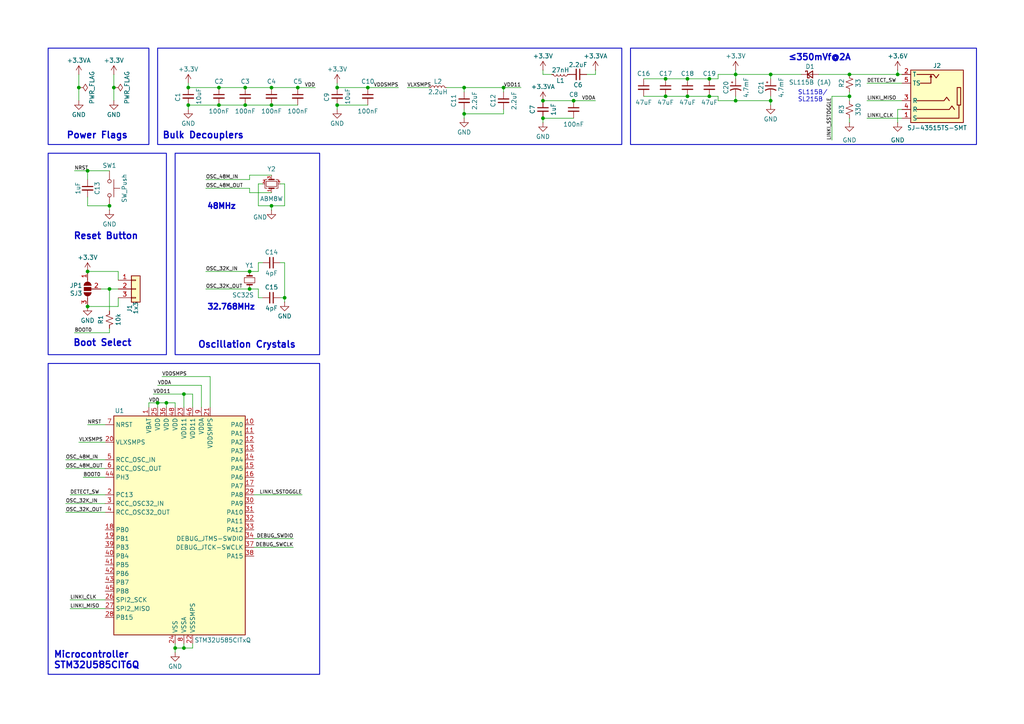
<source format=kicad_sch>
(kicad_sch (version 20231120) (generator "eeschema") (generator_version "8.0")
  (paper "A4")
  (title_block (title "Template Peripheral") (rev "1") (company "Qwertek") (comment 4 "Template peripheral for reference / use in custom design"))
  (lib_symbols
    (symbol "Connector_Generic:Conn_01x03" (pin_names (offset 1.016) hide)
      (property "Reference" "J" (at 0 5.08 0))
      (property "Value" "Conn_01x03" (at 0 -5.08 0))
      (symbol "Conn_01x03_1_1"
        (rectangle (start -1.27 -2.413) (end 0 -2.667) (stroke (width 0.1524)))
        (rectangle (start -1.27 0.127) (end 0 -0.127) (stroke (width 0.1524)))
        (rectangle (start -1.27 2.667) (end 0 2.413) (stroke (width 0.1524)))
        (rectangle (start -1.27 3.81) (end 1.27 -3.81) (stroke (width 0.254)) (fill (type background)))
        (pin passive line (at -5.08 2.54 0) (length 3.81) (name "Pin_1") (number "1"))
        (pin passive line (at -5.08 0 0) (length 3.81) (name "Pin_2") (number "2"))
        (pin passive line (at -5.08 -2.54 0) (length 3.81) (name "Pin_3") (number "3"))
      )
    )
    (symbol "Device:C_Polarized_Small_US" (pin_numbers hide) (pin_names (offset 0.254) hide)
      (property "Reference" "C" (at 0.254 1.778 0))
      (property "Value" "C_Polarized_Small_US" (at 0.254 -2.032 0))
      (symbol "C_Polarized_Small_US_0_1"
        (polyline (pts (xy -1.524 0.508) (xy 1.524 0.508)) (stroke (width 0.3048)))
        (polyline (pts (xy -1.27 1.524) (xy -0.762 1.524)))
        (polyline (pts (xy -1.016 1.27) (xy -1.016 1.778)))
        (arc (start 1.524 -0.762) (mid 0 -0.3734) (end -1.524 -0.762) (stroke (width 0.3048)))
      )
      (symbol "C_Polarized_Small_US_1_1"
        (pin passive line (at 0 2.54 270) (length 2.032) (name "~") (number "1"))
        (pin passive line (at 0 -2.54 90) (length 2.032) (name "~") (number "2"))
      )
    )
    (symbol "Device:C_Small" (pin_numbers hide) (pin_names (offset 0.254) hide)
      (property "Reference" "C" (at 0.254 1.778 0))
      (property "Value" "C_Small" (at 0.254 -2.032 0))
      (symbol "C_Small_0_1"
        (polyline (pts (xy -1.524 -0.508) (xy 1.524 -0.508)) (stroke (width 0.3302)))
        (polyline (pts (xy -1.524 0.508) (xy 1.524 0.508)) (stroke (width 0.3048)))
      )
      (symbol "C_Small_1_1"
        (pin passive line (at 0 2.54 270) (length 2.032) (name "~") (number "1"))
        (pin passive line (at 0 -2.54 90) (length 2.032) (name "~") (number "2"))
      )
    )
    (symbol "Device:Crystal_GND24_Small" (pin_names (offset 1.016) hide)
      (property "Reference" "Y" (at 1.27 4.445 0))
      (property "Value" "Crystal_GND24_Small" (at 1.27 2.54 0))
      (symbol "Crystal_GND24_Small_0_1"
        (rectangle (start -0.762 -1.524) (end 0.762 1.524))
        (polyline (pts (xy -1.27 -0.762) (xy -1.27 0.762)) (stroke (width 0.381)))
        (polyline (pts (xy 1.27 -0.762) (xy 1.27 0.762)) (stroke (width 0.381)))
        (polyline (pts (xy -1.27 -1.27) (xy -1.27 -1.905) (xy 1.27 -1.905) (xy 1.27 -1.27)))
        (polyline (pts (xy -1.27 1.27) (xy -1.27 1.905) (xy 1.27 1.905) (xy 1.27 1.27)))
      )
      (symbol "Crystal_GND24_Small_1_1"
        (pin passive line (at -2.54 0 0) (length 1.27) (name "1") (number "1"))
        (pin passive line (at 0 -2.54 90) (length 0.635) (name "2") (number "2"))
        (pin passive line (at 2.54 0 180) (length 1.27) (name "3") (number "3"))
        (pin passive line (at 0 2.54 270) (length 0.635) (name "4") (number "4"))
      )
    )
    (symbol "Device:Crystal_Small" (pin_numbers hide) (pin_names (offset 1.016) hide)
      (property "Reference" "Y" (at 0 2.54 0))
      (property "Value" "Crystal_Small" (at 0 -2.54 0))
      (symbol "Crystal_Small_0_1"
        (rectangle (start -0.762 -1.524) (end 0.762 1.524))
        (polyline (pts (xy -1.27 -0.762) (xy -1.27 0.762)) (stroke (width 0.381)))
        (polyline (pts (xy 1.27 -0.762) (xy 1.27 0.762)) (stroke (width 0.381)))
      )
      (symbol "Crystal_Small_1_1"
        (pin passive line (at -2.54 0 0) (length 1.27) (name "1") (number "1"))
        (pin passive line (at 2.54 0 180) (length 1.27) (name "2") (number "2"))
      )
    )
    (symbol "Device:D_Schottky_Small" (pin_numbers hide) (pin_names (offset 0.254) hide)
      (property "Reference" "D" (at -1.27 2.032 0))
      (property "Value" "D_Schottky_Small" (at -7.112 -2.032 0))
      (symbol "D_Schottky_Small_0_1"
        (polyline (pts (xy -0.762 0) (xy 0.762 0)))
        (polyline (pts (xy 0.762 -1.016) (xy -0.762 0) (xy 0.762 1.016) (xy 0.762 -1.016)) (stroke (width 0.254)))
        (polyline (pts (xy -1.27 0.762) (xy -1.27 1.016) (xy -0.762 1.016) (xy -0.762 -1.016) (xy -0.254 -1.016) (xy -0.254 -0.762)) (stroke (width 0.254)))
      )
      (symbol "D_Schottky_Small_1_1"
        (pin passive line (at -2.54 0 0) (length 1.778) (name "K") (number "1"))
        (pin passive line (at 2.54 0 180) (length 1.778) (name "A") (number "2"))
      )
    )
    (symbol "Device:L_Small" (pin_numbers hide) (pin_names (offset 0.254) hide)
      (property "Reference" "L" (at 0.762 1.016 0))
      (property "Value" "L_Small" (at 0.762 -1.016 0))
      (symbol "L_Small_0_1"
        (arc (start 0 -2.032) (mid 0.5058 -1.524) (end 0 -1.016))
        (arc (start 0 -1.016) (mid 0.5058 -0.508) (end 0 0))
        (arc (start 0 0) (mid 0.5058 0.508) (end 0 1.016))
        (arc (start 0 1.016) (mid 0.5058 1.524) (end 0 2.032))
      )
      (symbol "L_Small_1_1"
        (pin passive line (at 0 2.54 270) (length 0.508) (name "~") (number "1"))
        (pin passive line (at 0 -2.54 90) (length 0.508) (name "~") (number "2"))
      )
    )
    (symbol "Device:R_Small_US" (pin_numbers hide) (pin_names (offset 0.254) hide)
      (property "Reference" "R" (at 0.762 0.508 0))
      (property "Value" "R_Small_US" (at 0.762 -1.016 0))
      (symbol "R_Small_US_1_1"
        (polyline (pts (xy 0 0) (xy 1.016 -0.381) (xy 0 -0.762) (xy -1.016 -1.143) (xy 0 -1.524)))
        (polyline (pts (xy 0 1.524) (xy 1.016 1.143) (xy 0 0.762) (xy -1.016 0.381) (xy 0 0)))
        (pin passive line (at 0 2.54 270) (length 1.016) (name "~") (number "1"))
        (pin passive line (at 0 -2.54 90) (length 1.016) (name "~") (number "2"))
      )
    )
    (symbol "Jumper:SolderJumper_3_Open" (pin_names (offset 0) hide) (exclude_from_sim yes) (in_bom no)
      (property "Reference" "JP" (at -2.54 -2.54 0))
      (property "Value" "SolderJumper_3_Open" (at 0 2.794 0))
      (symbol "SolderJumper_3_Open_0_1"
        (arc (start -1.016 1.016) (mid -2.0276 0) (end -1.016 -1.016))
        (arc (start -1.016 1.016) (mid -2.0276 0) (end -1.016 -1.016) (fill (type outline)))
        (rectangle (start -0.508 1.016) (end 0.508 -1.016) (fill (type outline)))
        (polyline (pts (xy -2.54 0) (xy -2.032 0)))
        (polyline (pts (xy -1.016 1.016) (xy -1.016 -1.016)))
        (polyline (pts (xy 0 -1.27) (xy 0 -1.016)))
        (polyline (pts (xy 1.016 1.016) (xy 1.016 -1.016)))
        (polyline (pts (xy 2.54 0) (xy 2.032 0)))
        (arc (start 1.016 -1.016) (mid 2.0276 0) (end 1.016 1.016))
        (arc (start 1.016 -1.016) (mid 2.0276 0) (end 1.016 1.016) (fill (type outline)))
      )
      (symbol "SolderJumper_3_Open_1_1"
        (pin passive line (at -5.08 0 0) (length 2.54) (name "A") (number "1"))
        (pin passive line (at 0 -3.81 90) (length 2.54) (name "C") (number "2"))
        (pin passive line (at 5.08 0 180) (length 2.54) (name "B") (number "3"))
      )
    )
    (symbol "MCU_ST_STM32U5:STM32U585CITxQ"
      (property "Reference" "U" (at -17.78 34.29 0))
      (property "Value" "STM32U585CITxQ" (at 12.7 34.29 0))
      (symbol "STM32U585CITxQ_0_1"
        (rectangle (start -17.78 -30.48) (end 20.32 33.02) (stroke (width 0.254)) (fill (type background)))
      )
      (symbol "STM32U585CITxQ_1_1"
        (pin power_in line (at -7.62 35.56 270) (length 2.54) (name "VBAT") (number "1"))
        (pin bidirectional line (at 22.86 30.48 180) (length 2.54) (name "PA0") (number "10"))
        (pin bidirectional line (at 22.86 27.94 180) (length 2.54) (name "PA1") (number "11"))
        (pin bidirectional line (at 22.86 25.4 180) (length 2.54) (name "PA2") (number "12"))
        (pin bidirectional line (at 22.86 22.86 180) (length 2.54) (name "PA3") (number "13"))
        (pin bidirectional line (at 22.86 20.32 180) (length 2.54) (name "PA4") (number "14"))
        (pin bidirectional line (at 22.86 17.78 180) (length 2.54) (name "PA5") (number "15"))
        (pin bidirectional line (at 22.86 15.24 180) (length 2.54) (name "PA6") (number "16"))
        (pin bidirectional line (at 22.86 12.7 180) (length 2.54) (name "PA7") (number "17"))
        (pin bidirectional line (at -20.32 0 0) (length 2.54) (name "PB0") (number "18"))
        (pin bidirectional line (at -20.32 -2.54 0) (length 2.54) (name "PB1") (number "19"))
        (pin bidirectional line (at -20.32 10.16 0) (length 2.54) (name "PC13") (number "2"))
        (pin power_in line (at -20.32 25.4 0) (length 2.54) (name "VLXSMPS") (number "20"))
        (pin power_in line (at 10.16 35.56 270) (length 2.54) (name "VDDSMPS") (number "21"))
        (pin power_in line (at 5.08 -33.02 90) (length 2.54) (name "VSSSMPS") (number "22"))
        (pin power_in line (at 2.54 35.56 270) (length 2.54) (name "VDD11") (number "23"))
        (pin power_in line (at 0 -33.02 90) (length 2.54) (name "VSS") (number "24"))
        (pin power_in line (at -5.08 35.56 270) (length 2.54) (name "VDD") (number "25"))
        (pin bidirectional line (at -20.32 -20.32 0) (length 2.54) (name "PB13") (number "26") (alternate "SPI2_SCK" bidirectional line))
        (pin bidirectional line (at -20.32 -22.86 0) (length 2.54) (name "PB14") (number "27") (alternate "SPI2_MISO" bidirectional line))
        (pin bidirectional line (at -20.32 -25.4 0) (length 2.54) (name "PB15") (number "28"))
        (pin bidirectional line (at 22.86 10.16 180) (length 2.54) (name "PA8") (number "29") (alternate "" input line))
        (pin bidirectional line (at -20.32 7.62 0) (length 2.54) (name "PC14") (number "3") (alternate "RCC_OSC32_IN" bidirectional line))
        (pin bidirectional line (at 22.86 7.62 180) (length 2.54) (name "PA9") (number "30") (alternate "SPI2_SCK" bidirectional line))
        (pin bidirectional line (at 22.86 5.08 180) (length 2.54) (name "PA10") (number "31"))
        (pin bidirectional line (at 22.86 2.54 180) (length 2.54) (name "PA11") (number "32"))
        (pin bidirectional line (at 22.86 0 180) (length 2.54) (name "PA12") (number "33"))
        (pin bidirectional line (at 22.86 -2.54 180) (length 2.54) (name "PA13") (number "34") (alternate "DEBUG_JTMS-SWDIO" bidirectional line))
        (pin passive line (at 0 -33.02 90) (length 2.54) hide (name "VSS") (number "35"))
        (pin power_in line (at -2.54 35.56 270) (length 2.54) (name "VDD") (number "36"))
        (pin bidirectional line (at 22.86 -5.08 180) (length 2.54) (name "PA14") (number "37") (alternate "DEBUG_JTCK-SWCLK" bidirectional line))
        (pin bidirectional line (at 22.86 -7.62 180) (length 2.54) (name "PA15") (number "38"))
        (pin bidirectional line (at -20.32 -5.08 0) (length 2.54) (name "PB3") (number "39"))
        (pin bidirectional line (at -20.32 5.08 0) (length 2.54) (name "PC15") (number "4") (alternate "RCC_OSC32_OUT" bidirectional line))
        (pin bidirectional line (at -20.32 -7.62 0) (length 2.54) (name "PB4") (number "40"))
        (pin bidirectional line (at -20.32 -10.16 0) (length 2.54) (name "PB5") (number "41") (alternate "" input line))
        (pin bidirectional line (at -20.32 -12.7 0) (length 2.54) (name "PB6") (number "42"))
        (pin bidirectional line (at -20.32 -15.24 0) (length 2.54) (name "PB7") (number "43"))
        (pin bidirectional line (at -20.32 15.24 0) (length 2.54) (name "PH3") (number "44"))
        (pin bidirectional line (at -20.32 -17.78 0) (length 2.54) (name "PB8") (number "45"))
        (pin power_in line (at 5.08 35.56 270) (length 2.54) (name "VDD11") (number "46"))
        (pin passive line (at 0 -33.02 90) (length 2.54) hide (name "VSS") (number "47"))
        (pin power_in line (at 0 35.56 270) (length 2.54) (name "VDD") (number "48"))
        (pin bidirectional line (at -20.32 20.32 0) (length 2.54) (name "PH0") (number "5") (alternate "RCC_OSC_IN" bidirectional line))
        (pin bidirectional line (at -20.32 17.78 0) (length 2.54) (name "PH1") (number "6") (alternate "RCC_OSC_OUT" bidirectional line))
        (pin input line (at -20.32 30.48 0) (length 2.54) (name "NRST") (number "7"))
        (pin power_in line (at 2.54 -33.02 90) (length 2.54) (name "VSSA") (number "8"))
        (pin power_in line (at 7.62 35.56 270) (length 2.54) (name "VDDA") (number "9"))
      )
    )
    (symbol "Qwertek:CUI_SJ-43515TS-SMT"
      (property "Reference" "J" (at 0 8.89 0))
      (property "Value" "SJ-43515TS-SMT" (at 0 -8.89 0))
      (symbol "CUI_SJ-43515TS-SMT_0_1"
        (rectangle (start -6.858 2.54) (end -5.842 -2.54) (stroke (width 0.254)))
        (polyline (pts (xy 5.842 6.35) (xy -6.35 6.35) (xy -6.35 2.54)) (stroke (width 0.254)))
        (polyline (pts (xy -5.08 3.81) (xy -4.318 2.794) (xy -3.556 3.81) (xy 5.842 3.81)) (stroke (width 0.254)))
        (polyline (pts (xy -3.556 1.27) (xy -2.794 0.254) (xy -2.032 1.27) (xy 5.842 1.27)) (stroke (width 0.254)))
        (polyline (pts (xy 5.842 -6.35) (xy 1.016 -6.35) (xy 0.254 -5.334) (xy -0.508 -6.35)) (stroke (width 0.254)))
        (polyline (pts (xy 1.524 -5.588) (xy 1.778 -6.096) (xy 2.032 -5.588) (xy 1.778 -6.096) (xy 1.778 -3.81) (xy 4.826 -3.81)) (stroke (width 0.254)))
      )
      (symbol "CUI_SJ-43515TS-SMT_1_1"
        (rectangle (start -7.62 7.62) (end 7.62 -7.62) (stroke (width 0.254)) (fill (type background)))
        (pin passive line (at 10.16 6.35 180) (length 2.54) (name "S") (number "1"))
        (pin passive line (at 10.16 -6.35 180) (length 2.54) (name "T") (number "2"))
        (pin passive line (at 10.16 1.27 180) (length 2.54) (name "R") (number "3"))
        (pin passive line (at 10.16 3.81 180) (length 2.54) (name "R") (number "4"))
        (pin passive line (at 10.16 -3.81 180) (length 2.54) (name "TS") (number "5"))
      )
    )
    (symbol "Switch:SW_Push" (pin_numbers hide) (pin_names (offset 1.016) hide)
      (property "Reference" "SW" (at 1.27 2.54 0))
      (property "Value" "SW_Push" (at 0 -1.524 0))
      (symbol "SW_Push_0_1"
        (circle (center -2.032 0) (radius 0.508))
        (polyline (pts (xy 0 1.27) (xy 0 3.048)))
        (polyline (pts (xy 2.54 1.27) (xy -2.54 1.27)))
        (circle (center 2.032 0) (radius 0.508))
        (pin passive line (at -5.08 0 0) (length 2.54) (name "1") (number "1"))
        (pin passive line (at 5.08 0 180) (length 2.54) (name "2") (number "2"))
      )
    )
    (symbol "power:+3.3V" (power) (pin_numbers hide) (pin_names (offset 0) hide)
      (property "Value" "+3.3V" (at 0 3.556 0))
      (symbol "+3.3V_0_1"
        (polyline (pts (xy -0.762 1.27) (xy 0 2.54)))
        (polyline (pts (xy 0 0) (xy 0 2.54)))
        (polyline (pts (xy 0 2.54) (xy 0.762 1.27)))
      )
      (symbol "+3.3V_1_1"
        (pin power_in line (at 0 0 90) (length 0) (name "~") (number "1"))
      )
    )
    (symbol "power:+3.3VA" (power) (pin_numbers hide) (pin_names (offset 0) hide)
      (property "Value" "+3.3VA" (at 0 3.556 0))
      (symbol "+3.3VA_0_1"
        (polyline (pts (xy -0.762 1.27) (xy 0 2.54)))
        (polyline (pts (xy 0 0) (xy 0 2.54)))
        (polyline (pts (xy 0 2.54) (xy 0.762 1.27)))
      )
      (symbol "+3.3VA_1_1"
        (pin power_in line (at 0 0 90) (length 0) (name "~") (number "1"))
      )
    )
    (symbol "power:GND" (power) (pin_numbers hide) (pin_names (offset 0) hide)
      (property "Value" "GND" (at 0 -3.81 0))
      (symbol "GND_0_1"
        (polyline (pts (xy 0 0) (xy 0 -1.27) (xy 1.27 -1.27) (xy 0 -2.54) (xy -1.27 -1.27) (xy 0 -1.27)))
      )
      (symbol "GND_1_1"
        (pin power_in line (at 0 0 270) (length 0) (name "~") (number "1"))
      )
    )
    (symbol "power:PWR_FLAG" (power) (pin_numbers hide) (pin_names (offset 0) hide)
      (property "Value" "PWR_FLAG" (at 0 3.81 0))
      (symbol "PWR_FLAG_0_0"
        (pin power_out line (at 0 0 90) (length 0) (name "~") (number "1"))
      )
      (symbol "PWR_FLAG_0_1"
        (polyline (pts (xy 0 0) (xy 0 1.27) (xy -1.016 1.905) (xy 0 2.54) (xy 1.016 1.905) (xy 0 1.27)))
      )
    )
  )
  (junction (at 246.38 21.59))
  (junction (at 25.4 88.9))
  (junction (at 223.52 21.59))
  (junction (at 33.02 25.4))
  (junction (at 45.72 116.84))
  (junction (at 97.79 25.4))
  (junction (at 97.79 30.48))
  (junction (at 213.36 21.59))
  (junction (at 48.26 116.84))
  (junction (at 78.74 25.4))
  (junction (at 193.04 27.94))
  (junction (at 213.36 29.21))
  (junction (at 53.34 114.3))
  (junction (at 134.62 25.4))
  (junction (at 31.75 59.69))
  (junction (at 63.5 30.48))
  (junction (at 54.61 30.48))
  (junction (at 134.62 33.02))
  (junction (at 166.37 29.21))
  (junction (at 82.55 86.36))
  (junction (at 72.39 83.82))
  (junction (at 246.38 27.94))
  (junction (at 50.8 187.96))
  (junction (at 260.35 21.59))
  (junction (at 63.5 25.4))
  (junction (at 199.39 22.86))
  (junction (at 72.39 78.74))
  (junction (at 71.12 25.4))
  (junction (at 25.4 78.74))
  (junction (at 71.12 30.48))
  (junction (at 193.04 22.86))
  (junction (at 205.74 27.94))
  (junction (at 205.74 22.86))
  (junction (at 86.36 25.4))
  (junction (at 78.74 30.48))
  (junction (at 54.61 25.4))
  (junction (at 25.4 49.53))
  (junction (at 53.34 187.96))
  (junction (at 157.48 34.29))
  (junction (at 106.68 25.4))
  (junction (at 78.74 59.69))
  (junction (at 199.39 27.94))
  (junction (at 22.86 25.4))
  (junction (at 146.05 25.4))
  (junction (at 157.48 29.21))
  (junction (at 223.52 29.21))
  (junction (at 31.75 83.82))
  (wire (pts (xy 45.72 111.76) (xy 58.42 111.76)))
  (wire (pts (xy 25.4 78.74) (xy 34.29 78.74)))
  (wire (pts (xy 20.32 176.53) (xy 30.48 176.53)))
  (wire (pts (xy 199.39 27.94) (xy 193.04 27.94)))
  (wire (pts (xy 60.96 118.11) (xy 60.96 109.22)))
  (wire (pts (xy 19.05 146.05) (xy 30.48 146.05)))
  (wire (pts (xy 172.72 20.32) (xy 172.72 21.59)))
  (wire (pts (xy 73.66 143.51) (xy 87.63 143.51)))
  (wire (pts (xy 72.39 50.8) (xy 72.39 52.07)))
  (wire (pts (xy 81.28 53.34) (xy 82.55 53.34)))
  (wire (pts (xy 118.11 25.4) (xy 124.46 25.4)))
  (wire (pts (xy 53.34 187.96) (xy 50.8 187.96)))
  (wire (pts (xy 63.5 25.4) (xy 71.12 25.4)))
  (wire (pts (xy 53.34 114.3) (xy 53.34 118.11)))
  (wire (pts (xy 34.29 86.36) (xy 34.29 88.9)))
  (wire (pts (xy 82.55 76.2) (xy 82.55 86.36)))
  (wire (pts (xy 78.74 59.69) (xy 74.93 59.69)))
  (wire (pts (xy 157.48 29.21) (xy 166.37 29.21)))
  (wire (pts (xy 157.48 34.29) (xy 166.37 34.29)))
  (wire (pts (xy 146.05 33.02) (xy 134.62 33.02)))
  (wire (pts (xy 213.36 21.59) (xy 208.28 21.59)))
  (wire (pts (xy 72.39 78.74) (xy 74.93 78.74)))
  (wire (pts (xy 82.55 86.36) (xy 81.28 86.36)))
  (wire (pts (xy 20.32 173.99) (xy 30.48 173.99)))
  (wire (pts (xy 31.75 83.82) (xy 31.75 90.17)))
  (wire (pts (xy 97.79 24.13) (xy 97.79 25.4)))
  (wire (pts (xy 157.48 21.59) (xy 160.02 21.59)))
  (wire (pts (xy 134.62 31.75) (xy 134.62 33.02)))
  (wire (pts (xy 208.28 22.86) (xy 205.74 22.86)))
  (wire (pts (xy 25.4 123.19) (xy 30.48 123.19)))
  (wire (pts (xy 58.42 111.76) (xy 58.42 118.11)))
  (wire (pts (xy 20.32 143.51) (xy 30.48 143.51)))
  (wire (pts (xy 82.55 76.2) (xy 81.28 76.2)))
  (wire (pts (xy 74.93 78.74) (xy 74.93 76.2)))
  (wire (pts (xy 43.18 116.84) (xy 45.72 116.84)))
  (wire (pts (xy 82.55 87.63) (xy 82.55 86.36)))
  (wire (pts (xy 251.46 29.21) (xy 261.62 29.21)))
  (wire (pts (xy 205.74 27.94) (xy 199.39 27.94)))
  (wire (pts (xy 50.8 116.84) (xy 48.26 116.84)))
  (wire (pts (xy 55.88 187.96) (xy 53.34 187.96)))
  (wire (pts (xy 19.05 133.35) (xy 30.48 133.35)))
  (wire (pts (xy 43.18 116.84) (xy 43.18 118.11)))
  (wire (pts (xy 213.36 21.59) (xy 213.36 22.86)))
  (wire (pts (xy 246.38 27.94) (xy 246.38 29.21)))
  (wire (pts (xy 31.75 83.82) (xy 34.29 83.82)))
  (wire (pts (xy 78.74 60.96) (xy 78.74 59.69)))
  (wire (pts (xy 72.39 83.82) (xy 74.93 83.82)))
  (wire (pts (xy 208.28 29.21) (xy 208.28 27.94)))
  (wire (pts (xy 34.29 88.9) (xy 25.4 88.9)))
  (wire (pts (xy 82.55 59.69) (xy 78.74 59.69)))
  (wire (pts (xy 78.74 25.4) (xy 86.36 25.4)))
  (wire (pts (xy 19.05 135.89) (xy 30.48 135.89)))
  (wire (pts (xy 53.34 187.96) (xy 53.34 186.69)))
  (wire (pts (xy 22.86 128.27) (xy 30.48 128.27)))
  (wire (pts (xy 260.35 31.75) (xy 260.35 35.56)))
  (wire (pts (xy 172.72 21.59) (xy 170.18 21.59)))
  (wire (pts (xy 55.88 186.69) (xy 55.88 187.96)))
  (wire (pts (xy 208.28 27.94) (xy 205.74 27.94)))
  (wire (pts (xy 50.8 116.84) (xy 50.8 118.11)))
  (wire (pts (xy 223.52 29.21) (xy 223.52 30.48)))
  (wire (pts (xy 157.48 20.32) (xy 157.48 21.59)))
  (wire (pts (xy 72.39 83.82) (xy 59.69 83.82)))
  (wire (pts (xy 21.59 96.52) (xy 31.75 96.52)))
  (wire (pts (xy 82.55 53.34) (xy 82.55 59.69)))
  (wire (pts (xy 74.93 76.2) (xy 76.2 76.2)))
  (wire (pts (xy 72.39 78.74) (xy 59.69 78.74)))
  (wire (pts (xy 54.61 24.13) (xy 54.61 25.4)))
  (wire (pts (xy 72.39 55.88) (xy 78.74 55.88)))
  (wire (pts (xy 74.93 83.82) (xy 74.93 86.36)))
  (wire (pts (xy 134.62 26.67) (xy 134.62 25.4)))
  (wire (pts (xy 71.12 25.4) (xy 78.74 25.4)))
  (wire (pts (xy 25.4 59.69) (xy 31.75 59.69)))
  (wire (pts (xy 91.44 25.4) (xy 86.36 25.4)))
  (wire (pts (xy 44.45 114.3) (xy 53.34 114.3)))
  (wire (pts (xy 193.04 27.94) (xy 186.69 27.94)))
  (wire (pts (xy 246.38 26.67) (xy 246.38 27.94)))
  (wire (pts (xy 46.99 109.22) (xy 60.96 109.22)))
  (wire (pts (xy 31.75 96.52) (xy 31.75 95.25)))
  (wire (pts (xy 213.36 20.32) (xy 213.36 21.59)))
  (wire (pts (xy 134.62 34.29) (xy 134.62 33.02)))
  (wire (pts (xy 260.35 20.32) (xy 260.35 21.59)))
  (wire (pts (xy 205.74 22.86) (xy 199.39 22.86)))
  (wire (pts (xy 241.3 27.94) (xy 246.38 27.94)))
  (wire (pts (xy 25.4 49.53) (xy 25.4 52.07)))
  (wire (pts (xy 260.35 21.59) (xy 261.62 21.59)))
  (wire (pts (xy 25.4 57.15) (xy 25.4 59.69)))
  (wire (pts (xy 63.5 30.48) (xy 71.12 30.48)))
  (wire (pts (xy 199.39 22.86) (xy 193.04 22.86)))
  (wire (pts (xy 74.93 53.34) (xy 74.93 59.69)))
  (wire (pts (xy 223.52 21.59) (xy 223.52 22.86)))
  (wire (pts (xy 54.61 30.48) (xy 54.61 31.75)))
  (wire (pts (xy 76.2 53.34) (xy 74.93 53.34)))
  (wire (pts (xy 54.61 25.4) (xy 63.5 25.4)))
  (wire (pts (xy 48.26 116.84) (xy 45.72 116.84)))
  (wire (pts (xy 129.54 25.4) (xy 134.62 25.4)))
  (wire (pts (xy 97.79 25.4) (xy 106.68 25.4)))
  (wire (pts (xy 34.29 78.74) (xy 34.29 81.28)))
  (wire (pts (xy 53.34 114.3) (xy 55.88 114.3)))
  (wire (pts (xy 241.3 40.64) (xy 241.3 27.94)))
  (wire (pts (xy 251.46 24.13) (xy 261.62 24.13)))
  (wire (pts (xy 134.62 25.4) (xy 146.05 25.4)))
  (wire (pts (xy 223.52 29.21) (xy 213.36 29.21)))
  (wire (pts (xy 73.66 156.21) (xy 85.09 156.21)))
  (wire (pts (xy 106.68 25.4) (xy 115.57 25.4)))
  (wire (pts (xy 50.8 187.96) (xy 50.8 186.69)))
  (wire (pts (xy 97.79 30.48) (xy 97.79 31.75)))
  (wire (pts (xy 31.75 49.53) (xy 25.4 49.53)))
  (wire (pts (xy 22.86 25.4) (xy 22.86 29.21)))
  (wire (pts (xy 73.66 158.75) (xy 85.09 158.75)))
  (wire (pts (xy 24.13 138.43) (xy 30.48 138.43)))
  (wire (pts (xy 55.88 114.3) (xy 55.88 118.11)))
  (wire (pts (xy 146.05 26.67) (xy 146.05 25.4)))
  (wire (pts (xy 19.05 148.59) (xy 30.48 148.59)))
  (wire (pts (xy 33.02 21.59) (xy 33.02 25.4)))
  (wire (pts (xy 146.05 25.4) (xy 151.13 25.4)))
  (wire (pts (xy 97.79 30.48) (xy 106.68 30.48)))
  (wire (pts (xy 25.4 49.53) (xy 21.59 49.53)))
  (wire (pts (xy 223.52 29.21) (xy 223.52 27.94)))
  (wire (pts (xy 213.36 29.21) (xy 208.28 29.21)))
  (wire (pts (xy 22.86 21.59) (xy 22.86 25.4)))
  (wire (pts (xy 31.75 59.69) (xy 31.75 60.96)))
  (wire (pts (xy 246.38 34.29) (xy 246.38 35.56)))
  (wire (pts (xy 45.72 116.84) (xy 45.72 118.11)))
  (wire (pts (xy 78.74 30.48) (xy 86.36 30.48)))
  (wire (pts (xy 50.8 189.23) (xy 50.8 187.96)))
  (wire (pts (xy 72.39 55.88) (xy 72.39 54.61)))
  (wire (pts (xy 208.28 21.59) (xy 208.28 22.86)))
  (wire (pts (xy 193.04 22.86) (xy 186.69 22.86)))
  (wire (pts (xy 246.38 21.59) (xy 260.35 21.59)))
  (wire (pts (xy 48.26 116.84) (xy 48.26 118.11)))
  (wire (pts (xy 72.39 52.07) (xy 59.69 52.07)))
  (wire (pts (xy 213.36 21.59) (xy 223.52 21.59)))
  (wire (pts (xy 71.12 30.48) (xy 78.74 30.48)))
  (wire (pts (xy 213.36 27.94) (xy 213.36 29.21)))
  (wire (pts (xy 33.02 25.4) (xy 33.02 29.21)))
  (wire (pts (xy 251.46 34.29) (xy 261.62 34.29)))
  (wire (pts (xy 146.05 31.75) (xy 146.05 33.02)))
  (wire (pts (xy 72.39 54.61) (xy 59.69 54.61)))
  (wire (pts (xy 29.21 83.82) (xy 31.75 83.82)))
  (wire (pts (xy 74.93 86.36) (xy 76.2 86.36)))
  (wire (pts (xy 237.49 21.59) (xy 246.38 21.59)))
  (wire (pts (xy 223.52 21.59) (xy 232.41 21.59)))
  (wire (pts (xy 157.48 35.56) (xy 157.48 34.29)))
  (wire (pts (xy 54.61 30.48) (xy 63.5 30.48)))
  (wire (pts (xy 261.62 31.75) (xy 260.35 31.75)))
  (wire (pts (xy 72.39 50.8) (xy 78.74 50.8)))
  (wire (pts (xy 166.37 29.21) (xy 172.72 29.21)))
  (rectangle (start 13.97 44.45) (end 48.26 102.87) (stroke (width 0.254)))
  (rectangle (start 45.72 13.97) (end 180.34 41.91) (stroke (width 0.254)))
  (rectangle (start 13.97 105.41) (end 92.71 195.58) (stroke (width 0.254)))
  (rectangle (start 182.88 13.97) (end 283.21 41.91) (stroke (width 0.254)))
  (rectangle (start 13.97 13.97) (end 43.18 41.91) (stroke (width 0.254)))
  (rectangle (start 50.8 44.45) (end 92.71 102.87) (stroke (width 0.254)))
  (text "SL115B/\nSL215B" (at 231.394 27.94 0) (effects (font (size 1.27 1.27)) (justify left)))
  (text "Bulk Decouplers" (at 58.928 39.37 0) (effects (font (size 1.905 1.905) (thickness 0.381) (bold yes))))
  (text "48MHz" (at 64.262 59.944 0) (effects (font (size 1.65 1.65) (thickness 0.381) (bold yes))))
  (text "Power Flags" (at 28.194 39.37 0) (effects (font (size 1.905 1.905) (thickness 0.381) (bold yes))))
  (text "≤350mVf@2A" (at 237.744 16.764 0) (effects (font (size 1.8 1.8) (thickness 0.36) (bold yes))))
  (text "Boot Select" (at 29.718 99.568 0) (effects (font (size 1.905 1.905) (thickness 0.381) (bold yes))))
  (text "32.768MHz" (at 67.056 89.154 0) (effects (font (size 1.65 1.65) (thickness 0.381) (bold yes))))
  (text "Reset Button" (at 30.734 68.58 0) (effects (font (size 1.905 1.905) (thickness 0.381) (bold yes))))
  (text "Oscillation Crystals" (at 71.628 100.076 0) (effects (font (size 1.905 1.905) (thickness 0.381) (bold yes))))
  (text "Microcontroller\nSTM32U585CIT6Q" (at 15.494 191.516 0) (effects (font (size 1.905 1.905) (thickness 0.381) (bold yes)) (justify left)))
  (label "DETECT_SW" (at 251.46 24.13 0) (effects (font (size 1.016 1.016))))
  (label "VDD11" (at 44.45 114.3 0) (effects (font (size 1.016 1.016))))
  (label "BOOT0" (at 24.13 138.43 0) (effects (font (size 1.016 1.016))))
  (label "OSC_32K_IN" (at 59.69 78.74 0) (effects (font (size 1.016 1.016))))
  (label "VDD" (at 91.44 25.4 180) (effects (font (size 1.016 1.016))))
  (label "VLXSMPS" (at 22.86 128.27 0) (effects (font (size 1.016 1.016))))
  (label "VDD11" (at 151.13 25.4 180) (effects (font (size 1.016 1.016))))
  (label "LINKI_MISO" (at 20.32 176.53 0) (effects (font (size 1.016 1.016))))
  (label "OSC_32K_OUT" (at 59.69 83.82 0) (effects (font (size 1.016 1.016))))
  (label "VDDA" (at 45.72 111.76 0) (effects (font (size 1.016 1.016))))
  (label "OSC_48M_OUT" (at 59.69 54.61 0) (effects (font (size 1.016 1.016))))
  (label "DETECT_SW" (at 20.32 143.51 0) (effects (font (size 1.016 1.016))))
  (label "LINKI_MISO" (at 251.46 29.21 0) (effects (font (size 1.016 1.016))))
  (label "BOOT0" (at 21.59 96.52 0) (effects (font (size 1.016 1.016))))
  (label "VDD" (at 43.18 116.84 0) (effects (font (size 1.016 1.016))))
  (label "OSC_32K_IN" (at 19.05 146.05 0) (effects (font (size 1.016 1.016))))
  (label "LINKI_SSTOGGLE" (at 87.63 143.51 180) (effects (font (size 1.016 1.016))))
  (label "OSC_48M_OUT" (at 19.05 135.89 0) (effects (font (size 1.016 1.016))))
  (label "VDDSMPS" (at 115.57 25.4 180) (effects (font (size 1.016 1.016))))
  (label "VLXSMPS" (at 118.11 25.4 0) (effects (font (size 1.016 1.016))))
  (label "DEBUG_SWDIO" (at 85.09 156.21 180) (effects (font (size 1.016 1.016))))
  (label "DEBUG_SWCLK" (at 85.09 158.75 180) (effects (font (size 1.016 1.016))))
  (label "LINKI_CLK" (at 251.46 34.29 0) (effects (font (size 1.016 1.016))))
  (label "VDDSMPS" (at 46.99 109.22 0) (effects (font (size 1.016 1.016))))
  (label "LINKI_CLK" (at 20.32 173.99 0) (effects (font (size 1.016 1.016))))
  (label "NRST" (at 21.59 49.53 0) (effects (font (size 1.016 1.016))))
  (label "OSC_48M_IN" (at 19.05 133.35 0) (effects (font (size 1.016 1.016))))
  (label "VDDA" (at 172.72 29.21 180) (effects (font (size 1.016 1.016))))
  (label "OSC_32K_OUT" (at 19.05 148.59 0) (effects (font (size 1.016 1.016))))
  (label "OSC_48M_IN" (at 59.69 52.07 0) (effects (font (size 1.016 1.016))))
  (label "LINKI_SSTOGGLE" (at 241.3 40.64 90) (effects (font (size 1.016 1.016))))
  (label "NRST" (at 25.4 123.19 0) (effects (font (size 1.016 1.016))))
  (symbol (lib_id "Device:Crystal_Small") (at 72.39 81.28 270) (mirror x) (unit 1)
    (property "Reference" "Y1" (at 72.39 76.962 90))
    (property "Value" "SC32S" (at 73.66 85.598 90) (effects (justify right)))
    (property "Description" "Two pin crystal, small symbol" (effects (hide yes)))
  )
  (symbol (lib_id "power:+3.3VA") (at 22.86 21.59 0) (unit 1)
    (property "Reference" "#PWR020" (effects (hide yes)))
    (property "Value" "+3.3VA" (at 22.86 17.526 0))
    (property "Description" "Power symbol creates a global label with name \"+3.3VA\"" (effects (hide yes)))
  )
  (symbol (lib_id "Device:C_Small") (at 134.62 29.21 0) (unit 1)
    (property "Reference" "C11" (at 131.572 29.21 90))
    (property "Value" "2.2uF" (at 137.668 29.21 90))
    (property "Description" "Unpolarized capacitor, small symbol" (effects (hide yes)))
  )
  (symbol (lib_id "power:+3.3V") (at 25.4 78.74 0) (mirror y) (unit 1)
    (property "Reference" "#PWR010" (effects (hide yes)))
    (property "Value" "+3.3V" (at 25.4 74.676 0))
    (property "Description" "Power symbol creates a global label with name \"+3.3V\"" (effects (hide yes)))
  )
  (symbol (lib_id "power:GND") (at 157.48 35.56 0) (unit 1)
    (property "Reference" "#PWR012" (effects (hide yes)))
    (property "Value" "GND" (at 157.48 39.624 0))
    (property "Description" "Power symbol creates a global label with name \"GND\" , ground" (effects (hide yes)))
  )
  (symbol (lib_id "Device:Crystal_GND24_Small") (at 78.74 53.34 270) (mirror x) (unit 1)
    (property "Reference" "Y2" (at 78.74 49.022 90))
    (property "Value" "ABM8W" (at 78.74 57.658 90))
    (property "Description" "Four pin crystal, GND on pins 2 and 4, small symbol" (effects (hide yes)))
  )
  (symbol (lib_id "Device:C_Small") (at 63.5 27.94 0) (unit 1)
    (property "Reference" "C2" (at 63.5 23.622 0))
    (property "Value" "100nF" (at 63.5 32.258 0))
    (property "Description" "Unpolarized capacitor, small symbol" (effects (hide yes)))
  )
  (symbol (lib_id "Qwertek:CUI_SJ-43515TS-SMT") (at 271.78 27.94 180) (unit 1)
    (property "Reference" "J2" (at 271.78 19.05 0))
    (property "Value" "SJ-43515TS-SMT" (at 271.78 37.084 0))
  )
  (symbol (lib_id "Device:C_Small") (at 71.12 27.94 0) (unit 1)
    (property "Reference" "C3" (at 71.12 23.622 0))
    (property "Value" "100nF" (at 71.12 32.258 0))
    (property "Description" "Unpolarized capacitor, small symbol" (effects (hide yes)))
  )
  (symbol (lib_id "Device:C_Small") (at 166.37 31.75 0) (unit 1)
    (property "Reference" "C8" (at 166.37 27.432 0))
    (property "Value" "100nF" (at 166.37 36.068 0))
    (property "Description" "Unpolarized capacitor, small symbol" (effects (hide yes)))
  )
  (symbol (lib_id "Device:C_Small") (at 97.79 27.94 0) (unit 1)
    (property "Reference" "C9" (at 94.742 28.194 90))
    (property "Value" "10uF" (at 100.838 27.94 90))
    (property "Description" "Unpolarized capacitor, small symbol" (effects (hide yes)))
  )
  (symbol (lib_id "Device:C_Small") (at 167.64 21.59 270) (unit 1)
    (property "Reference" "C6" (at 167.64 24.638 90))
    (property "Value" "2.2uF" (at 167.64 18.796 90))
    (property "Description" "Unpolarized capacitor, small symbol" (effects (hide yes)))
  )
  (symbol (lib_id "power:GND") (at 25.4 88.9 0) (mirror y) (unit 1)
    (property "Reference" "#PWR011" (effects (hide yes)))
    (property "Value" "GND" (at 25.4 92.964 0))
    (property "Description" "Power symbol creates a global label with name \"GND\" , ground" (effects (hide yes)))
  )
  (symbol (lib_id "Device:C_Small") (at 86.36 27.94 0) (unit 1)
    (property "Reference" "C5" (at 86.36 23.622 0))
    (property "Value" "100nF" (at 86.36 32.258 0))
    (property "Description" "Unpolarized capacitor, small symbol" (effects (hide yes)))
  )
  (symbol (lib_id "power:GND") (at 97.79 31.75 0) (unit 1)
    (property "Reference" "#PWR05" (effects (hide yes)))
    (property "Value" "GND" (at 97.79 35.814 0))
    (property "Description" "Power symbol creates a global label with name \"GND\" , ground" (effects (hide yes)))
  )
  (symbol (lib_id "Device:L_Small") (at 162.56 21.59 270) (unit 1)
    (property "Reference" "L1" (at 162.56 23.368 90))
    (property "Value" "27nH" (at 162.56 20.32 90))
    (property "Description" "Inductor, small symbol" (effects (hide yes)))
  )
  (symbol (lib_id "power:PWR_FLAG") (at 22.86 25.4 270) (unit 1)
    (property "Reference" "#FLG01" (effects (hide yes)))
    (property "Value" "PWR_FLAG" (at 26.67 25.3999 0))
    (property "Description" "Special symbol for telling ERC where power comes from" (effects (hide yes)))
  )
  (symbol (lib_id "power:+3.3V") (at 97.79 24.13 0) (unit 1)
    (property "Reference" "#PWR04" (effects (hide yes)))
    (property "Value" "+3.3V" (at 97.79 20.066 0))
    (property "Description" "Power symbol creates a global label with name \"+3.3V\"" (effects (hide yes)))
  )
  (symbol (lib_id "Switch:SW_Push") (at 31.75 54.61 270) (mirror x) (unit 1)
    (property "Reference" "SW1" (at 31.75 48.006 90))
    (property "Value" "SW_Push" (at 36.068 54.61 0))
    (property "Description" "Push button switch, generic, two pins" (effects (hide yes)))
  )
  (symbol (lib_id "Device:C_Small") (at 146.05 29.21 0) (unit 1)
    (property "Reference" "C12" (at 143.002 29.21 90))
    (property "Value" "2.2uF" (at 149.098 29.21 90))
    (property "Description" "Unpolarized capacitor, small symbol" (effects (hide yes)))
  )
  (symbol (lib_id "Device:C_Polarized_Small_US") (at 223.52 25.4 0) (unit 1)
    (property "Reference" "C21" (at 220.726 25.4 90))
    (property "Value" "4.7mF" (at 226.568 25.4 90))
    (property "Description" "Polarized capacitor, small US symbol" (effects (hide yes)))
  )
  (symbol (lib_id "power:GND") (at 223.52 30.48 0) (mirror y) (unit 1)
    (property "Reference" "#PWR022" (effects (hide yes)))
    (property "Value" "GND" (at 223.52 34.544 0))
    (property "Description" "Power symbol creates a global label with name \"GND\" , ground" (effects (hide yes)))
  )
  (symbol (lib_id "power:GND") (at 54.61 31.75 0) (unit 1)
    (property "Reference" "#PWR02" (effects (hide yes)))
    (property "Value" "GND" (at 54.61 35.814 0))
    (property "Description" "Power symbol creates a global label with name \"GND\" , ground" (effects (hide yes)))
  )
  (symbol (lib_id "Device:C_Small") (at 205.74 25.4 0) (mirror y) (unit 1)
    (property "Reference" "C19" (at 205.74 21.336 0))
    (property "Value" "47uF" (at 205.74 29.718 0))
    (property "Description" "Unpolarized capacitor, small symbol" (effects (hide yes)))
  )
  (symbol (lib_id "MCU_ST_STM32U5:STM32U585CITxQ") (at 50.8 153.67 0) (unit 1)
    (property "Reference" "U1" (at 33.274 119.126 0) (effects (justify left)))
    (property "Value" "STM32U585CITxQ" (at 56.388 185.674 0) (effects (justify left)))
    (property "Footprint" "Package_QFP:LQFP-48_7x7mm_P0.5mm" (effects (hide yes)))
    (property "Datasheet" "https://www.st.com/resource/en/datasheet/stm32u585ci.pdf" (effects (hide yes)))
    (property "Description" "STMicroelectronics Arm Cortex-M33 MCU, 2048KB flash, 786KB RAM, 160 MHz, 1.71-3.6V, 33 GPIO, LQFP48" (effects (hide yes)))
    (pin "4" (alternate "RCC_OSC32_OUT"))
    (pin "26" (alternate "SPI2_SCK"))
    (pin "5" (alternate "RCC_OSC_IN"))
    (pin "29" (alternate "GPIO_EXTI8"))
    (pin "27" (alternate "SPI2_MISO"))
    (pin "3" (alternate "RCC_OSC32_IN"))
    (pin "37" (alternate "DEBUG_JTCK-SWCLK"))
    (pin "6" (alternate "RCC_OSC_OUT"))
    (pin "34" (alternate "DEBUG_JTMS-SWDIO"))
  )
  (symbol (lib_id "power:PWR_FLAG") (at 33.02 25.4 270) (unit 1)
    (property "Reference" "#FLG02" (effects (hide yes)))
    (property "Value" "PWR_FLAG" (at 36.83 25.3999 0))
    (property "Description" "Special symbol for telling ERC where power comes from" (effects (hide yes)))
  )
  (symbol (lib_id "power:GND") (at 82.55 87.63 0) (mirror y) (unit 1)
    (property "Reference" "#PWR08" (effects (hide yes)))
    (property "Value" "GND" (at 82.55 91.694 0))
    (property "Description" "Power symbol creates a global label with name \"GND\" , ground" (effects (hide yes)))
  )
  (symbol (lib_id "power:GND") (at 31.75 60.96 0) (mirror y) (unit 1)
    (property "Reference" "#PWR07" (effects (hide yes)))
    (property "Value" "GND" (at 31.75 65.024 0))
    (property "Description" "Power symbol creates a global label with name \"GND\" , ground" (effects (hide yes)))
  )
  (symbol (lib_id "power:GND") (at 134.62 34.29 0) (unit 1)
    (property "Reference" "#PWR015" (effects (hide yes)))
    (property "Value" "GND" (at 134.62 38.354 0))
    (property "Description" "Power symbol creates a global label with name \"GND\" , ground" (effects (hide yes)))
  )
  (symbol (lib_id "power:GND") (at 246.38 35.56 0) (unit 1)
    (property "Reference" "#PWR024" (effects (hide yes)))
    (property "Value" "GND" (at 246.38 40.64 0))
    (property "Description" "Power symbol creates a global label with name \"GND\" , ground" (effects (hide yes)))
  )
  (symbol (lib_id "Device:C_Small") (at 157.48 31.75 0) (unit 1)
    (property "Reference" "C7" (at 154.432 31.75 90))
    (property "Value" "1uF" (at 160.528 31.75 90))
    (property "Description" "Unpolarized capacitor, small symbol" (effects (hide yes)))
  )
  (symbol (lib_id "Device:L_Small") (at 127 25.4 90) (unit 1)
    (property "Reference" "L2" (at 127 23.622 90))
    (property "Value" "2.2uH" (at 127 26.67 90))
    (property "Description" "Inductor, small symbol" (effects (hide yes)))
  )
  (symbol (lib_id "Device:C_Small") (at 25.4 54.61 0) (mirror y) (unit 1)
    (property "Reference" "C13" (at 28.194 54.61 90))
    (property "Value" "1uF" (at 22.606 54.61 90))
    (property "Description" "Unpolarized capacitor, small symbol" (effects (hide yes)))
  )
  (symbol (lib_id "Device:D_Schottky_Small") (at 234.95 21.59 0) (unit 1)
    (property "Reference" "D1" (at 234.95 19.304 0))
    (property "Value" "SL115B (1A)" (at 234.95 23.876 0))
    (property "Description" "Schottky diode, small symbol" (effects (hide yes)))
  )
  (symbol (lib_id "power:GND") (at 78.74 60.96 0) (mirror y) (unit 1)
    (property "Reference" "#PWR09" (effects (hide yes)))
    (property "Value" "GND" (at 75.438 62.992 0))
    (property "Description" "Power symbol creates a global label with name \"GND\" , ground" (effects (hide yes)))
  )
  (symbol (lib_id "Device:C_Small") (at 54.61 27.94 0) (unit 1)
    (property "Reference" "C1" (at 51.562 28.194 90))
    (property "Value" "10uF" (at 57.658 27.94 90))
    (property "Description" "Unpolarized capacitor, small symbol" (effects (hide yes)))
  )
  (symbol (lib_id "power:+3.3V") (at 33.02 21.59 0) (unit 1)
    (property "Reference" "#PWR016" (effects (hide yes)))
    (property "Value" "+3.3V" (at 33.02 17.526 0))
    (property "Description" "Power symbol creates a global label with name \"+3.3V\"" (effects (hide yes)))
  )
  (symbol (lib_id "power:GND") (at 22.86 29.21 0) (unit 1)
    (property "Reference" "#PWR019" (effects (hide yes)))
    (property "Value" "GND" (at 22.86 33.274 0))
    (property "Description" "Power symbol creates a global label with name \"GND\" , ground" (effects (hide yes)))
  )
  (symbol (lib_id "power:+3.3V") (at 260.35 20.32 0) (mirror y) (unit 1)
    (property "Reference" "#PWR023" (effects (hide yes)))
    (property "Value" "+3.6V" (at 260.35 16.256 0))
    (property "Description" "Power symbol creates a global label with name \"+3.3V\"" (effects (hide yes)))
  )
  (symbol (lib_id "power:+3.3V") (at 213.36 20.32 0) (mirror y) (unit 1)
    (property "Reference" "#PWR021" (effects (hide yes)))
    (property "Value" "+3.3V" (at 213.36 16.256 0))
    (property "Description" "Power symbol creates a global label with name \"+3.3V\"" (effects (hide yes)))
  )
  (symbol (lib_id "power:GND") (at 260.35 35.56 0) (unit 1)
    (property "Reference" "#PWR018" (effects (hide yes)))
    (property "Value" "GND" (at 260.35 40.64 0))
    (property "Description" "Power symbol creates a global label with name \"GND\" , ground" (effects (hide yes)))
  )
  (symbol (lib_id "Jumper:SolderJumper_3_Open") (at 25.4 83.82 90) (mirror x) (unit 1) (exclude_from_sim yes) (in_bom no)
    (property "Reference" "JP1" (at 23.876 82.804 90) (effects (justify left)))
    (property "Value" "SJ3" (at 23.876 85.09 90) (effects (justify left)))
    (property "Description" "Solder Jumper, 3-pole, open" (effects (hide yes)))
  )
  (symbol (lib_id "power:+3.3V") (at 54.61 24.13 0) (unit 1)
    (property "Reference" "#PWR01" (effects (hide yes)))
    (property "Value" "+3.3V" (at 54.61 20.066 0))
    (property "Description" "Power symbol creates a global label with name \"+3.3V\"" (effects (hide yes)))
  )
  (symbol (lib_id "Device:C_Small") (at 106.68 27.94 0) (unit 1)
    (property "Reference" "C10" (at 106.68 23.622 0))
    (property "Value" "100nF" (at 106.68 32.258 0))
    (property "Description" "Unpolarized capacitor, small symbol" (effects (hide yes)))
  )
  (symbol (lib_id "Device:R_Small_US") (at 31.75 92.71 0) (mirror y) (unit 1)
    (property "Reference" "R1" (at 29.21 92.71 90))
    (property "Value" "10k" (at 34.29 92.71 90))
    (property "Description" "Resistor, small US symbol" (effects (hide yes)))
  )
  (symbol (lib_id "Device:C_Small") (at 193.04 25.4 0) (mirror y) (unit 1)
    (property "Reference" "C17" (at 193.04 21.336 0))
    (property "Value" "47uF" (at 193.04 29.718 0))
    (property "Description" "Unpolarized capacitor, small symbol" (effects (hide yes)))
  )
  (symbol (lib_id "power:+3.3VA") (at 172.72 20.32 0) (unit 1)
    (property "Reference" "#PWR013" (effects (hide yes)))
    (property "Value" "+3.3VA" (at 172.72 16.256 0))
    (property "Description" "Power symbol creates a global label with name \"+3.3VA\"" (effects (hide yes)))
  )
  (symbol (lib_id "Device:C_Small") (at 78.74 27.94 0) (unit 1)
    (property "Reference" "C4" (at 78.74 23.622 0))
    (property "Value" "100nF" (at 78.74 32.258 0))
    (property "Description" "Unpolarized capacitor, small symbol" (effects (hide yes)))
  )
  (symbol (lib_id "power:GND") (at 50.8 189.23 0) (unit 1)
    (property "Reference" "#PWR06" (effects (hide yes)))
    (property "Value" "GND" (at 50.8 193.294 0))
    (property "Description" "Power symbol creates a global label with name \"GND\" , ground" (effects (hide yes)))
  )
  (symbol (lib_id "Device:C_Small") (at 199.39 25.4 0) (mirror y) (unit 1)
    (property "Reference" "C18" (at 199.39 21.336 0))
    (property "Value" "47uF" (at 199.39 29.718 0))
    (property "Description" "Unpolarized capacitor, small symbol" (effects (hide yes)))
  )
  (symbol (lib_id "power:GND") (at 33.02 29.21 0) (unit 1)
    (property "Reference" "#PWR017" (effects (hide yes)))
    (property "Value" "GND" (at 33.02 33.274 0))
    (property "Description" "Power symbol creates a global label with name \"GND\" , ground" (effects (hide yes)))
  )
  (symbol (lib_id "Device:C_Small") (at 78.74 76.2 270) (mirror x) (unit 1)
    (property "Reference" "C14" (at 78.74 73.152 90))
    (property "Value" "4pF" (at 78.74 79.248 90))
    (property "Description" "Unpolarized capacitor, small symbol" (effects (hide yes)))
  )
  (symbol (lib_id "Device:R_Small_US") (at 246.38 24.13 0) (unit 1)
    (property "Reference" "R2" (at 244.094 24.13 90))
    (property "Value" "33" (at 248.92 24.13 90))
    (property "Description" "Resistor, small US symbol" (effects (hide yes)))
  )
  (symbol (lib_id "power:+3.3V") (at 157.48 20.32 0) (unit 1)
    (property "Reference" "#PWR03" (effects (hide yes)))
    (property "Value" "+3.3V" (at 157.48 16.256 0))
    (property "Description" "Power symbol creates a global label with name \"+3.3V\"" (effects (hide yes)))
  )
  (symbol (lib_id "Device:C_Small") (at 186.69 25.4 0) (mirror y) (unit 1)
    (property "Reference" "C16" (at 186.69 21.336 0))
    (property "Value" "47uF" (at 186.69 29.718 0))
    (property "Description" "Unpolarized capacitor, small symbol" (effects (hide yes)))
  )
  (symbol (lib_id "Device:R_Small_US") (at 246.38 31.75 0) (unit 1)
    (property "Reference" "R3" (at 244.094 31.75 90))
    (property "Value" "330" (at 248.92 31.75 90))
    (property "Description" "Resistor, small US symbol" (effects (hide yes)))
  )
  (symbol (lib_id "Connector_Generic:Conn_01x03") (at 39.37 83.82 0) (unit 1)
    (property "Reference" "J1" (at 37.592 90.678 90) (effects (justify left)))
    (property "Value" "1x3" (at 39.37 91.186 90) (effects (justify left)))
    (property "Description" "Generic connector, single row, 01x03, script generated (kicad-library-utils/schlib/autogen/connector/)" (effects (hide yes)))
  )
  (symbol (lib_id "power:+3.3VA") (at 157.48 29.21 0) (unit 1)
    (property "Reference" "#PWR014" (effects (hide yes)))
    (property "Value" "+3.3VA" (at 157.48 25.146 0))
    (property "Description" "Power symbol creates a global label with name \"+3.3VA\"" (effects (hide yes)))
  )
  (symbol (lib_id "Device:C_Small") (at 78.74 86.36 270) (mirror x) (unit 1)
    (property "Reference" "C15" (at 78.74 83.312 90))
    (property "Value" "4pF" (at 78.74 89.408 90))
    (property "Description" "Unpolarized capacitor, small symbol" (effects (hide yes)))
  )
  (symbol (lib_id "Device:C_Polarized_Small_US") (at 213.36 25.4 0) (unit 1)
    (property "Reference" "C20" (at 210.566 25.4 90))
    (property "Value" "4.7mF" (at 216.408 25.4 90))
    (property "Description" "Polarized capacitor, small US symbol" (effects (hide yes)))
  )
)
</source>
